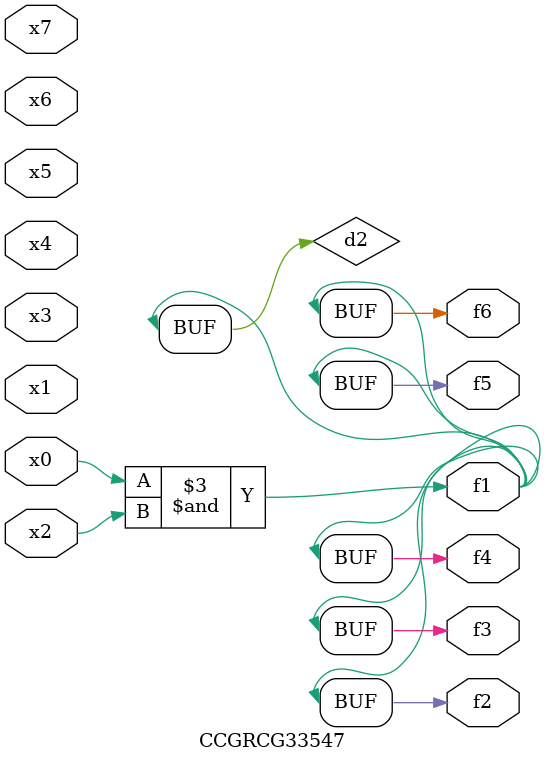
<source format=v>
module CCGRCG33547(
	input x0, x1, x2, x3, x4, x5, x6, x7,
	output f1, f2, f3, f4, f5, f6
);

	wire d1, d2;

	nor (d1, x3, x6);
	and (d2, x0, x2);
	assign f1 = d2;
	assign f2 = d2;
	assign f3 = d2;
	assign f4 = d2;
	assign f5 = d2;
	assign f6 = d2;
endmodule

</source>
